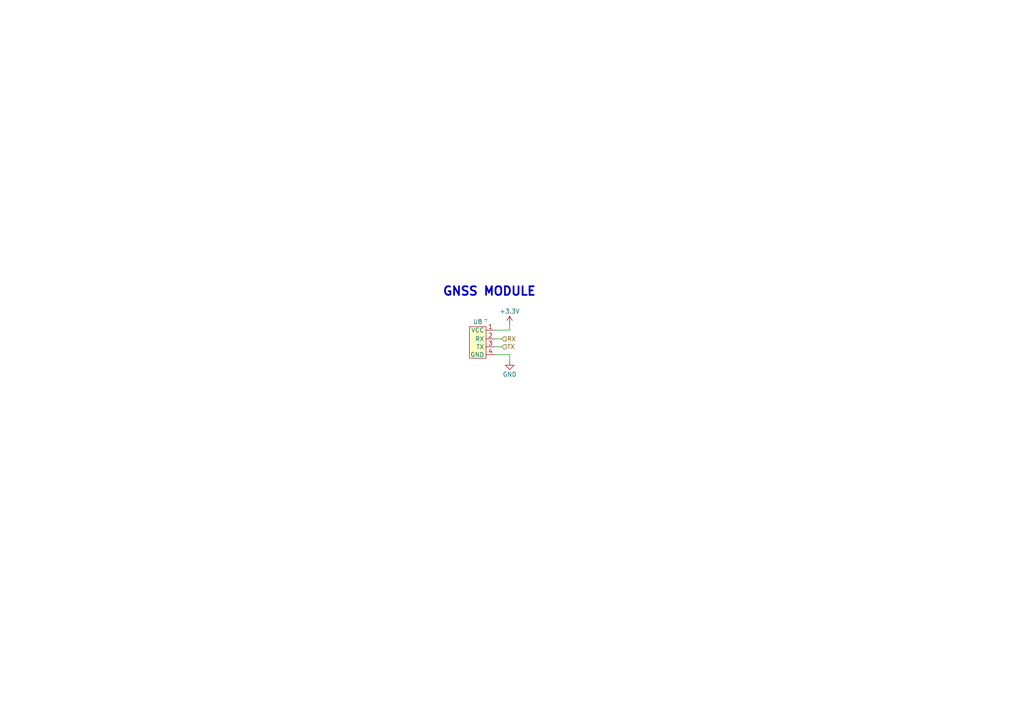
<source format=kicad_sch>
(kicad_sch (version 20230121) (generator eeschema)

  (uuid 8f299609-2ff7-407c-ad5d-377ca04dcdb3)

  (paper "A4")

  (lib_symbols
    (symbol "RocketryIN_FC:NEO-M8N_Module" (in_bom yes) (on_board yes)
      (property "Reference" "U" (at 0 0 0)
        (effects (font (size 1.27 1.27)))
      )
      (property "Value" "" (at 0 0 0)
        (effects (font (size 1.27 1.27)))
      )
      (property "Footprint" "" (at 0 0 0)
        (effects (font (size 1.27 1.27)) hide)
      )
      (property "Datasheet" "" (at 0 0 0)
        (effects (font (size 1.27 1.27)) hide)
      )
      (symbol "NEO-M8N_Module_1_1"
        (rectangle (start -4.826 -2.032) (end 0 -11.176)
          (stroke (width 0) (type default))
          (fill (type background))
        )
        (pin input line (at 2.54 -3.048 180) (length 2.54)
          (name "VCC" (effects (font (size 1.27 1.27))))
          (number "1" (effects (font (size 1.27 1.27))))
        )
        (pin input line (at 2.54 -5.588 180) (length 2.54)
          (name "RX" (effects (font (size 1.27 1.27))))
          (number "2" (effects (font (size 1.27 1.27))))
        )
        (pin input line (at 2.54 -7.874 180) (length 2.54)
          (name "TX" (effects (font (size 1.27 1.27))))
          (number "3" (effects (font (size 1.27 1.27))))
        )
        (pin input line (at 2.54 -10.16 180) (length 2.54)
          (name "GND" (effects (font (size 1.27 1.27))))
          (number "4" (effects (font (size 1.27 1.27))))
        )
      )
    )
    (symbol "power:+3.3V" (power) (pin_names (offset 0)) (in_bom yes) (on_board yes)
      (property "Reference" "#PWR" (at 0 -3.81 0)
        (effects (font (size 1.27 1.27)) hide)
      )
      (property "Value" "+3.3V" (at 0 3.556 0)
        (effects (font (size 1.27 1.27)))
      )
      (property "Footprint" "" (at 0 0 0)
        (effects (font (size 1.27 1.27)) hide)
      )
      (property "Datasheet" "" (at 0 0 0)
        (effects (font (size 1.27 1.27)) hide)
      )
      (property "ki_keywords" "global power" (at 0 0 0)
        (effects (font (size 1.27 1.27)) hide)
      )
      (property "ki_description" "Power symbol creates a global label with name \"+3.3V\"" (at 0 0 0)
        (effects (font (size 1.27 1.27)) hide)
      )
      (symbol "+3.3V_0_1"
        (polyline
          (pts
            (xy -0.762 1.27)
            (xy 0 2.54)
          )
          (stroke (width 0) (type default))
          (fill (type none))
        )
        (polyline
          (pts
            (xy 0 0)
            (xy 0 2.54)
          )
          (stroke (width 0) (type default))
          (fill (type none))
        )
        (polyline
          (pts
            (xy 0 2.54)
            (xy 0.762 1.27)
          )
          (stroke (width 0) (type default))
          (fill (type none))
        )
      )
      (symbol "+3.3V_1_1"
        (pin power_in line (at 0 0 90) (length 0) hide
          (name "+3.3V" (effects (font (size 1.27 1.27))))
          (number "1" (effects (font (size 1.27 1.27))))
        )
      )
    )
    (symbol "power:GND" (power) (pin_names (offset 0)) (in_bom yes) (on_board yes)
      (property "Reference" "#PWR" (at 0 -6.35 0)
        (effects (font (size 1.27 1.27)) hide)
      )
      (property "Value" "GND" (at 0 -3.81 0)
        (effects (font (size 1.27 1.27)))
      )
      (property "Footprint" "" (at 0 0 0)
        (effects (font (size 1.27 1.27)) hide)
      )
      (property "Datasheet" "" (at 0 0 0)
        (effects (font (size 1.27 1.27)) hide)
      )
      (property "ki_keywords" "global power" (at 0 0 0)
        (effects (font (size 1.27 1.27)) hide)
      )
      (property "ki_description" "Power symbol creates a global label with name \"GND\" , ground" (at 0 0 0)
        (effects (font (size 1.27 1.27)) hide)
      )
      (symbol "GND_0_1"
        (polyline
          (pts
            (xy 0 0)
            (xy 0 -1.27)
            (xy 1.27 -1.27)
            (xy 0 -2.54)
            (xy -1.27 -1.27)
            (xy 0 -1.27)
          )
          (stroke (width 0) (type default))
          (fill (type none))
        )
      )
      (symbol "GND_1_1"
        (pin power_in line (at 0 0 270) (length 0) hide
          (name "GND" (effects (font (size 1.27 1.27))))
          (number "1" (effects (font (size 1.27 1.27))))
        )
      )
    )
  )


  (wire (pts (xy 143.51 98.298) (xy 145.542 98.298))
    (stroke (width 0) (type default))
    (uuid 04a6a208-0c9c-4152-86cb-3cb978927f32)
  )
  (wire (pts (xy 147.828 104.648) (xy 147.828 102.87))
    (stroke (width 0) (type default))
    (uuid 435e7a64-fed4-4a5b-8eee-1dedab1caab2)
  )
  (wire (pts (xy 143.51 100.584) (xy 145.542 100.584))
    (stroke (width 0) (type default))
    (uuid 4f25cd65-3588-4e02-975d-39e4fe0491d8)
  )
  (wire (pts (xy 147.828 94.234) (xy 147.828 95.758))
    (stroke (width 0) (type default))
    (uuid 4f4a1d23-2a3f-4eef-a923-437bfd1d7688)
  )
  (wire (pts (xy 143.51 95.758) (xy 147.828 95.758))
    (stroke (width 0) (type default))
    (uuid 6feb6bc0-c94b-4184-b261-9d6ff7f5de3b)
  )
  (wire (pts (xy 147.828 102.87) (xy 143.51 102.87))
    (stroke (width 0) (type default))
    (uuid 7353222f-28f9-42e6-9985-17747e902bb2)
  )

  (text "GNSS MODULE" (at 128.27 86.106 0)
    (effects (font (size 2.5 2.5) bold) (justify left bottom))
    (uuid 099ee100-ea71-4f99-922d-3103a7d90e32)
  )

  (hierarchical_label "RX" (shape input) (at 145.542 98.298 0) (fields_autoplaced)
    (effects (font (size 1.27 1.27)) (justify left))
    (uuid 5bd15515-49ae-46cc-9018-29895e5c8bc5)
  )
  (hierarchical_label "TX" (shape input) (at 145.542 100.584 0) (fields_autoplaced)
    (effects (font (size 1.27 1.27)) (justify left))
    (uuid 5ce52a02-4bad-4524-ba9c-a5dc68b8fac0)
  )

  (symbol (lib_id "power:GND") (at 147.828 104.648 0) (unit 1)
    (in_bom yes) (on_board yes) (dnp no) (fields_autoplaced)
    (uuid 294a82b1-7db3-4508-ac70-265be1adc57f)
    (property "Reference" "#PWR033" (at 147.828 110.998 0)
      (effects (font (size 1.27 1.27)) hide)
    )
    (property "Value" "GND" (at 147.828 108.593 0)
      (effects (font (size 1.27 1.27)))
    )
    (property "Footprint" "" (at 147.828 104.648 0)
      (effects (font (size 1.27 1.27)) hide)
    )
    (property "Datasheet" "" (at 147.828 104.648 0)
      (effects (font (size 1.27 1.27)) hide)
    )
    (pin "1" (uuid d769eaa4-f621-4951-bd98-3d23935ffea2))
    (instances
      (project "RocketryIN-FC"
        (path "/eca5bcb3-e8cc-4774-b734-f4245bf2d59b/16d2438b-42fd-4ef3-a7c7-07434d57b853"
          (reference "#PWR033") (unit 1)
        )
      )
    )
  )

  (symbol (lib_id "RocketryIN_FC:NEO-M8N_Module") (at 140.97 92.71 0) (unit 1)
    (in_bom yes) (on_board yes) (dnp no) (fields_autoplaced)
    (uuid 794e159c-fd1f-4c0a-8f56-d2790c6fe507)
    (property "Reference" "U8" (at 138.557 93.337 0)
      (effects (font (size 1.27 1.27)))
    )
    (property "Value" "~" (at 140.97 92.71 0)
      (effects (font (size 1.27 1.27)))
    )
    (property "Footprint" "" (at 140.97 92.71 0)
      (effects (font (size 1.27 1.27)) hide)
    )
    (property "Datasheet" "" (at 140.97 92.71 0)
      (effects (font (size 1.27 1.27)) hide)
    )
    (pin "1" (uuid f203cb0e-915f-462b-bde2-a37a10db0a7c))
    (pin "2" (uuid 6e59b29d-df82-4112-925f-f1b60ea7d0a2))
    (pin "3" (uuid a33a052e-1859-4f70-aee7-3d3eb781529b))
    (pin "4" (uuid 7c8f6b0a-b508-4ed6-86e5-105b133016df))
    (instances
      (project "RocketryIN-FC"
        (path "/eca5bcb3-e8cc-4774-b734-f4245bf2d59b/16d2438b-42fd-4ef3-a7c7-07434d57b853"
          (reference "U8") (unit 1)
        )
      )
    )
  )

  (symbol (lib_id "power:+3.3V") (at 147.828 94.234 0) (unit 1)
    (in_bom yes) (on_board yes) (dnp no) (fields_autoplaced)
    (uuid aa383348-f970-4ea1-b9ec-797e186895f4)
    (property "Reference" "#PWR032" (at 147.828 98.044 0)
      (effects (font (size 1.27 1.27)) hide)
    )
    (property "Value" "+3.3V" (at 147.828 90.289 0)
      (effects (font (size 1.27 1.27)))
    )
    (property "Footprint" "" (at 147.828 94.234 0)
      (effects (font (size 1.27 1.27)) hide)
    )
    (property "Datasheet" "" (at 147.828 94.234 0)
      (effects (font (size 1.27 1.27)) hide)
    )
    (pin "1" (uuid 96a765ae-698c-41e9-81ea-0c1556543a28))
    (instances
      (project "RocketryIN-FC"
        (path "/eca5bcb3-e8cc-4774-b734-f4245bf2d59b/16d2438b-42fd-4ef3-a7c7-07434d57b853"
          (reference "#PWR032") (unit 1)
        )
      )
    )
  )
)

</source>
